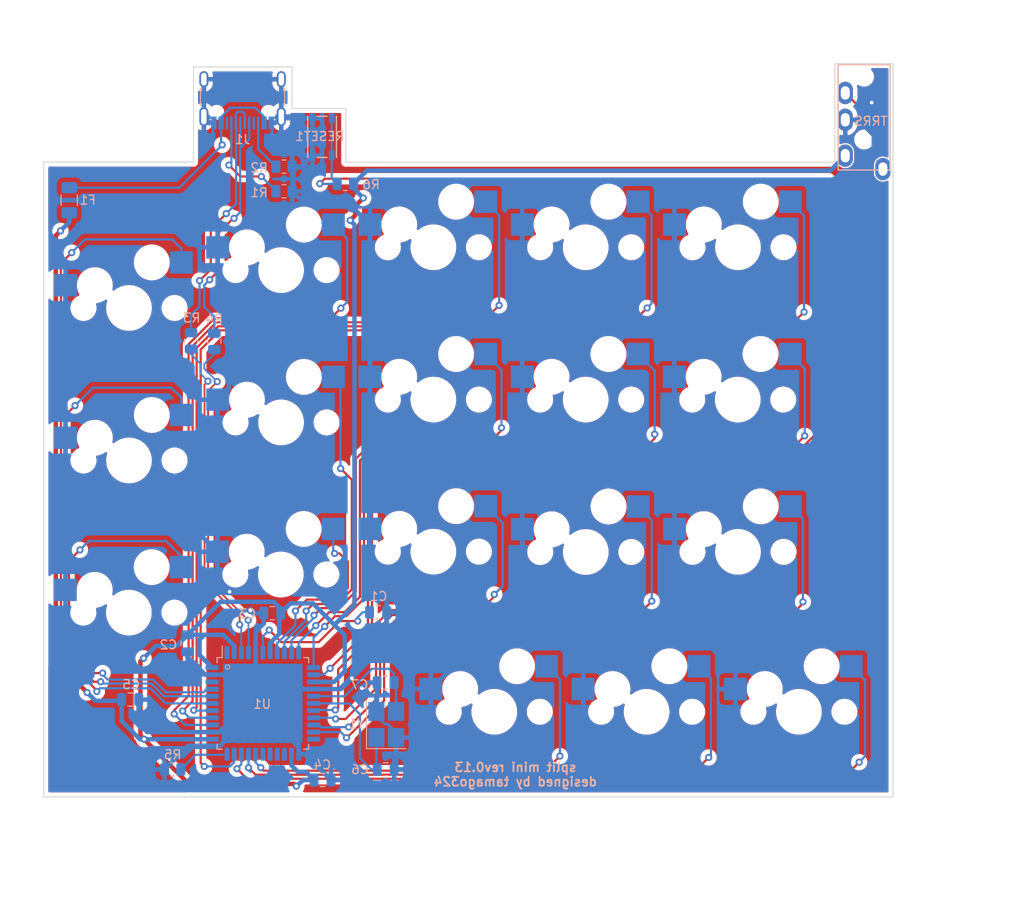
<source format=kicad_pcb>
(kicad_pcb (version 20211014) (generator pcbnew)
  (layers (0 "F.Cu" signal) (31 "B.Cu" signal) (34 "B.Paste" user) (35 "F.Paste" user) (36 "B.SilkS" user "B.Silkscreen") (37 "F.SilkS" user "F.Silkscreen") (38 "B.Mask" user) (39 "F.Mask" user) (44 "Edge.Cuts" user))
  (net 0 "")
  (net 1 "Net-(C1-Pad1)")
  (net 2 "GND")
  (net 3 "VCC")
  (net 4 "XTAL1")
  (net 5 "XTAL2")
  (net 6 "Net-(F1-Pad1)")
  (net 7 "Net-(J1-PadA5)")
  (net 8 "Net-(J1-PadA6)")
  (net 9 "Net-(J1-PadA7)")
  (net 11 "Net-(J1-PadB5)")
  (net 13 "SCL")
  (net 15 "D-")
  (net 16 "D+")
  (net 17 "Net-(R5-Pad1)")
  (net 18 "RESET")
  (net 19 "/col0")
  (net 20 "/col1")
  (net 21 "/col2")
  (net 22 "/col3")
  (net 23 "/col4")
  (net 24 "/col5")
  (net 25 "/col6")
  (net 26 "/col7")
  (net 27 "/col8")
  (net 28 "/col9")
  (net 29 "/col10")
  (net 30 "/col11")
  (net 31 "/col12")
  (net 32 "/col13")
  (net 33 "/col14")
  (net 34 "/col15")
  (net 35 "/col16")
  (net 36 "/col17")
  (footprint "split mini:CherryMX_Hotswap" (layer "F.Cu") (at 95.075 74.3)
    (fp_text reference "SW15" hide)
    (fp_text value "SW_Push" hide)
  )
  (footprint "split mini:CherryMX_Hotswap" (layer "F.Cu") (at 44.075 59.85)
    (fp_text reference "SW7" hide)
    (fp_text value "SW_Push" hide)
  )
  (footprint "split mini:CherryMX_Hotswap" (layer "F.Cu") (at 61.075 40.3)
    (fp_text reference "SW3" hide)
    (fp_text value "SW_Push" hide)
  )
  (footprint "split mini:CherryMX_Hotswap" (layer "F.Cu") (at 27.1 64.1)
    (fp_text reference "SW6" hide)
    (fp_text value "SW_Push" hide)
  )
  (footprint "split mini:CherryMX_Hotswap" (layer "F.Cu") (at 84.875 92.15)
    (fp_text reference "SW17" hide)
    (fp_text value "SW_Push" hide)
  )
  (footprint "split mini:CherryMX_Hotswap" (layer "F.Cu") (at 78.085 74.315)
    (fp_text reference "SW14" hide)
    (fp_text value "SW_Push" hide)
  )
  (footprint "split mini:CherryMX_Hotswap" (layer "F.Cu") (at 78.075 57.3)
    (fp_text reference "SW9" hide)
    (fp_text value "SW_Push" hide)
  )
  (footprint "split mini:CherryMX_Hotswap" (layer "F.Cu") (at 61.075 57.3)
    (fp_text reference "SW8" hide)
    (fp_text value "SW_Push" hide)
  )
  (footprint "split mini:CherryMX_Hotswap" (layer "F.Cu") (at 95.05 57.3)
    (fp_text reference "SW10" hide)
    (fp_text value "SW_Push" hide)
  )
  (footprint "split mini:CherryMX_Hotswap" (layer "F.Cu") (at 27.085 81.08)
    (fp_text reference "SW11" hide)
    (fp_text value "SW_Push" hide)
  )
  (footprint "split mini:CherryMX_Hotswap" (layer "F.Cu") (at 27.1 47.075)
    (fp_text reference "SW1" hide)
    (fp_text value "SW_Push" hide)
  )
  (footprint "split mini:CherryMX_Hotswap" (layer "F.Cu") (at 44.05 76.825)
    (fp_text reference "SW12" hide)
    (fp_text value "SW_Push" hide)
  )
  (footprint "split mini:CherryMX_Hotswap" (layer "F.Cu") (at 95.075 40.3)
    (fp_text reference "SW5" hide)
    (fp_text value "SW_Push" hide)
  )
  (footprint "split mini:CherryMX_Hotswap" (layer "F.Cu") (at 44.075 42.85)
    (fp_text reference "SW2" hide)
    (fp_text value "SW_Push" hide)
  )
  (footprint "split mini:CherryMX_Hotswap" (layer "F.Cu") (at 61.075 74.275)
    (fp_text reference "SW13" hide)
    (fp_text value "SW_Push" hide)
  )
  (footprint "split mini:CherryMX_Hotswap" (layer "F.Cu") (at 67.875 92.15)
    (fp_text reference "SW16" hide)
    (fp_text value "SW_Push" hide)
  )
  (footprint "split mini:CherryMX_Hotswap" (layer "F.Cu") (at 78.075 40.3)
    (fp_text reference "SW4" hide)
    (fp_text value "SW_Push" hide)
  )
  (footprint "split mini:CherryMX_Hotswap" (layer "F.Cu") (at 101.875 92.15)
    (fp_text reference "SW18" hide)
    (fp_text value "SW_Push" hide)
  )
  (footprint "split mini:USB_C_Receptacle_Neltron_5077CR-16SMC2" (layer "B.Cu") (at 39.775 22.625)
    (fp_text reference "J1")
    (fp_text value "USB_C_Receptacle_USB2.0")
  )
  (footprint "Package_QFP:LQFP-44_10x10mm_P0.8mm" (layer "B.Cu") (at 42.04 91.215 -90)
    (fp_text reference "U1")
    (fp_text value "ATmega32U4-A")
  )
  (footprint "Fuse:Fuse_1206_3216Metric" (layer "B.Cu") (at 20.425 35.05 -90)
    (fp_text reference "F1")
    (fp_text value "500mA")
  )
  (footprint "Resistor_SMD:R_0805_2012Metric" (layer "B.Cu") (at 31.97 98.585 180)
    (fp_text reference "R5")
    (fp_text value "10k")
  )
  (footprint "Resistor_SMD:R_0805_2012Metric" (layer "B.Cu") (at 44.4 34.05)
    (fp_text reference "R1")
    (fp_text value "5.1k")
  )
  (footprint "Capacitor_SMD:C_0805_2012Metric" (layer "B.Cu") (at 27.23 90.785)
    (fp_text reference "C5")
    (fp_text value "10μF")
  )
  (footprint "split mini:MJ-4PP-9_1side" (layer "B.Cu") (at 109.15 19.775 180)
    (fp_text reference "J2")
    (fp_text value "MJ-4PP-9" hide)
  )
  (footprint "Capacitor_SMD:C_0805_2012Metric" (layer "B.Cu") (at 55.74 88.895 180)
    (fp_text reference "C7")
    (fp_text value "22pF")
  )
  (footprint "Resistor_SMD:R_0805_2012Metric" (layer "B.Cu") (at 44.4 31.3)
    (fp_text reference "R2")
    (fp_text value "5.1k")
  )
  (footprint "nosuz:SKRPAxE010" (layer "B.Cu") (at 48.65 27.975 -90)
    (fp_text reference "RESET1")
    (fp_text value "SKRPACE010")
  )
  (footprint "Crystal:Crystal_SMD_SeikoEpson_FA238-4Pin_3.2x2.5mm_HandSoldering" (layer "B.Cu") (at 55.81 93.565 90)
    (fp_text reference "Y1")
    (fp_text value "16MHz")
  )
  (footprint "Capacitor_SMD:C_0805_2012Metric" (layer "B.Cu") (at 48.7 99.765)
    (fp_text reference "C4")
    (fp_text value "0.1μF")
  )
  (footprint "Capacitor_SMD:C_0805_2012Metric" (layer "B.Cu") (at 33.64 84.515 -90)
    (fp_text reference "C2")
    (fp_text value "0.1μF")
  )
  (footprint "Resistor_SMD:R_0805_2012Metric" (layer "B.Cu") (at 51.25 33.225 180)
    (fp_text reference "R6")
    (fp_text value "10k")
  )
  (footprint "Capacitor_SMD:C_0805_2012Metric" (layer "B.Cu") (at 55.75 98.575 180)
    (fp_text reference "C6")
    (fp_text value "22pF")
  )
  (footprint "Resistor_SMD:R_0805_2012Metric" (layer "B.Cu") (at 36.625 50.8 -90)
    (fp_text reference "R4")
    (fp_text value "22")
  )
  (footprint "Resistor_SMD:R_0805_2012Metric" (layer "B.Cu") (at 34.025 50.75 -90)
    (fp_text reference "R3")
    (fp_text value "22")
  )
  (footprint "Capacitor_SMD:C_0805_2012Metric" (layer "B.Cu") (at 43.09 81.145 180)
    (fp_text reference "C3")
    (fp_text value "0.1μF")
  )
  (footprint "Capacitor_SMD:C_0805_2012Metric" (layer "B.Cu") (at 54.9 81.035)
    (fp_text reference "C1")
    (fp_text value "1μF")
  )
  (gr_circle (center 38.1 87.15) (end 38.33 87.24) (layer "B.SilkS") (width 0.1) (fill none))
  (gr_line (start 45.3 24.8) (end 51.3 24.8) (layer "Edge.Cuts") (width 0.1))
  (gr_line (start 112.386197 19.8) (end 112.386197 101.65) (layer "Edge.Cuts") (width 0.1))
  (gr_line (start 34.3 20.168424) (end 45.3 20.168424) (layer "Edge.Cuts") (width 0.1))
  (gr_line (start 17.586197 30.8) (end 34.3 30.8) (layer "Edge.Cuts") (width 0.1))
  (gr_line (start 105.886197 19.8) (end 112.386197 19.8) (layer "Edge.Cuts") (width 0.1))
  (gr_line (start 105.886197 30.8) (end 105.886197 19.8) (layer "Edge.Cuts") (width 0.1))
  (gr_line (start 34.3 30.8) (end 34.3 20.168424) (layer "Edge.Cuts") (width 0.1))
  (gr_line (start 17.586197 101.65) (end 17.586197 30.8) (layer "Edge.Cuts") (width 0.1))
  (gr_line (start 51.3 24.8) (end 51.3 30.8) (layer "Edge.Cuts") (width 0.1))
  (gr_line (start 51.3 30.8) (end 105.886197 30.8) (layer "Edge.Cuts") (width 0.1))
  (gr_line (start 45.3 20.168424) (end 45.3 24.8) (layer "Edge.Cuts") (width 0.1))
  (gr_line (start 112.386197 101.65) (end 17.586197 101.65) (layer "Edge.Cuts") (width 0.1))
  (gr_text "split mini rev0.13\ndesigned by tamago324" (at 70.225 99.15) (layer "B.SilkS") (effects (font (size 1 1) (thickness 0.2)) (justify mirror)))
  (segment (start 44.1 84.375) (end 48.275 84.375) (width 0.25) (layer "F.Cu") (net 1))
  (segment (start 48.275 84.375) (end 50.625 82.025) (width 0.25) (layer "F.Cu") (net 1))
  (segment (start 42.75 83.025) (end 44.1 84.375) (width 0.25) (layer "F.Cu") (net 1))
  (segment (start 50.625 82.025) (end 52.625 82.025) (width 0.25) (layer "F.Cu") (net 1))
  (via (at 52.625 82.025) (size 0.8) (drill 0.4) (layers "F.Cu" "B.Cu") (net 1))
  (via (at 42.75 83.025) (size 0.8) (drill 0.4) (layers "F.Cu" "B.Cu") (net 1))
  (segment (start 53.19 81.035) (end 53.95 81.035) (width 0.25) (layer "B.Cu") (net 1))
  (segment (start 52.625 82.025) (end 52.625 81.6) (width 0.25) (layer "B.Cu") (net 1))
  (segment (start 42.04 85.5525) (end 42.04 83.735) (width 0.25) (layer "B.Cu") (net 1))
  (segment (start 42.04 83.735) (end 42.75 83.025) (width 0.25) (layer "B.Cu") (net 1))
  (segment (start 52.625 81.6) (end 53.19 81.035) (width 0.25) (layer "B.Cu") (net 1))
  (segment (start 38.55 78.75) (end 40.65 80.85) (width 0.5) (layer "F.Cu") (net 2))
  (segment (start 38.325 78.75) (end 38.55 78.75) (width 0.5) (layer "F.Cu") (net 2))
  (segment (start 53.087299 89.512299) (end 51.975 88.4) (width 0.5) (layer "F.Cu") (net 2))
  (via (at 51.975 88.4) (size 0.8) (drill 0.4) (layers "F.Cu" "B.Cu") (net 2))
  (via (at 53.087299 89.512299) (size 0.8) (drill 0.4) (layers "F.Cu" "B.Cu") (net 2))
  (via (at 40.65 80.85) (size 0.8) (drill 0.4) (layers "F.Cu" "B.Cu") (net 2))
  (via (at 110 24.15) (size 0.8) (drill 0.4) (layers "F.Cu" "B.Cu") (net 2))
  (via (at 38.325 78.75) (size 0.8) (drill 0.4) (layers "F.Cu" "B.Cu") (net 2))
  (segment (start 33.64 86.04585) (end 33.64 85.465) (width 0.5) (layer "B.Cu") (net 2))
  (segment (start 37.235 95.94) (end 37.667925 95.507075) (width 0.5) (layer "B.Cu") (net 2))
  (segment (start 53.99 37.76) (end 50.98 34.75) (width 0.5) (layer "B.Cu") (net 2))
  (segment (start 42.802925 92.872075) (end 46.06 89.615) (width 0.5) (layer "B.Cu") (net 2))
  (segment (start 51.975 88.4) (end 50.76 89.615) (width 0.5) (layer "B.Cu") (net 2))
  (segment (start 35.455 21.545) (end 44.095 21.545) (width 0.5) (layer "B.Cu") (net 2))
  (segment (start 44.265 25.895) (end 44.095 25.725) (width 0.5) (layer "B.Cu") (net 2))
  (segment (start 37.667925 95.507075) (end 37.667925 93.892925) (width 0.5) (layer "B.Cu") (net 2))
  (segment (start 20 44.55) (end 20.015 44.535) (width 0.5) (layer "B.Cu") (net 2))
  (segment (start 55.3875 84.1125) (end 51.975 87.525) (width 0.5) (layer "B.Cu") (net 2))
  (segment (start 70.99 54.76) (end 70.99 37.76) (width 0.5) (layer "B.Cu") (net 2))
  (segment (start 42.975 26.425) (end 43.395 26.425) (width 0.5) (layer "B.Cu") (net 2))
  (segment (start 46.06 89.615) (end 47.7025 89.615) (width 0.5) (layer "B.Cu") (net 2))
  (segment (start 37.667925 93.892925) (end 40.655425 90.905425) (width 0.5) (layer "B.Cu") (net 2))
  (segment (start 20 78.54) (end 20 74.3) (width 0.5) (layer "B.Cu") (net 2))
  (segment (start 28.18 93.455) (end 29.14 94.415) (width 0.5) (layer "B.Cu") (net 2))
  (segment (start 40.945 81.145) (end 40.65 80.85) (width 0.5) (layer "B.Cu") (net 2))
  (segment (start 29.14 94.415) (end 36.3775 94.415) (width 0.5) (layer "B.Cu") (net 2))
  (segment (start 53.99 54.76) (end 53.99 71.735) (width 0.5) (layer "B.Cu") (net 2))
  (segment (start 46.2375 31.3875) (end 47.57 30.055) (width 0.5) (layer "B.Cu") (net 2))
  (segment (start 56.91 95.015) (end 56.91 94.46) (width 0.5) (layer "B.Cu") (net 2))
  (segment (start 78.3125 84.3875) (end 72.3125 84.3875) (width 0.5) (layer "B.Cu") (net 2))
  (segment (start 36.3775 94.415) (end 37.14585 94.415) (width 0.5) (layer "B.Cu") (net 2))
  (segment (start 56.91 95.015) (end 56.91 98.365) (width 0.5) (layer "B.Cu") (net 2))
  (segment (start 87.965 37.785) (end 87.99 37.76) (width 0.5) (layer "B.Cu") (net 2))
  (segment (start 51.975 87.525) (end 51.975 88.4) (width 0.5) (layer "B.Cu") (net 2))
  (segment (start 46.04 96.10915) (end 46.04 96.8775) (width 0.5) (layer "B.Cu") (net 2))
  (segment (start 71 83.075) (end 72.3125 84.3875) (width 0.5) (layer "B.Cu") (net 2))
  (segment (start 56.125 84.85) (end 55.3875 84.1125) (width 0.5) (layer "B.Cu") (net 2))
  (segment (start 34.73 72.05) (end 36.965 74.285) (width 0.5) (layer "B.Cu") (net 2))
  (segment (start 46.7625 96.8775) (end 46.04 96.8775) (width 0.5) (layer "B.Cu") (net 2))
  (segment (start 40.655425 90.905425) (end 40.836275 90.905425) (width 0.5) (layer "B.Cu") (net 2))
  (segment (start 50.76 89.615) (end 47.7025 89.615) (width 0.5) (layer "B.Cu") (net 2))
  (segment (start 36.965 77.365) (end 36.965 77.39) (width 0.5) (layer "B.Cu") (net 2))
  (segment (start 36.155 26.425) (end 35.455 25.725) (width 0.5) (layer "B.Cu") (net 2))
  (segment (start 35.455 21.545) (end 35.455 25.725) (width 0.5) (layer "B.Cu") (net 2))
  (segment (start 63.3 84.85) (end 56.125 84.85) (width 0.5) (layer "B.Cu") (net 2))
  (segment (start 53.99 77.54) (end 55.85 79.4) (width 0.5) (layer "B.Cu") (net 2))
  (segment (start 44.095 21.545) (end 44.095 25.725) (width 0.5) (layer "B.Cu") (net 2))
  (segment (start 46.0125 34.75) (end 45.3125 34.05) (width 0.5) (layer "B.Cu") (net 2))
  (segment (start 90.761 83.689) (end 87.99 80.918) (width 0.5) (layer "B.Cu") (net 2))
  (segment (start 87.99 71.76) (end 87.99 54.785) (width 0.5) (layer "B.Cu") (net 2))
  (segment (start 35.60915 88.015) (end 33.64 86.04585) (width 0.5) (layer "B.Cu") (net 2))
  (segment (start 36.99 57.31) (end 36.99 74.26) (width 0.5) (layer "B.Cu") (net 2))
  (segment (start 77.79 89.61) (end 77.79 84.91) (width 0.5) (layer "B.Cu") (net 2))
  (segment (start 49.65 99.765) (end 46.7625 96.8775) (width 0.5) (layer "B.Cu") (net 2))
  (segment (start 36.965 77.39) (end 38.325 78.75) (width 0.5) (layer "B.Cu") (net 2))
  (segment (start 94.79 87.718) (end 90.761 83.689) (width 0.5) (layer "B.Cu") (net 2))
  (segment (start 36.99 74.26) (end 36.965 74.285) (width 0.5) (layer "B.Cu") (net 2))
  (segment (start 43.395 26.425) (end 44.095 25.725) (width 0.5) (layer "B.Cu") (net 2))
  (segment (start 42.14 81.145) (end 40.945 81.145) (width 0.5) (layer "B.Cu") (net 2))
  (segment (start 37.14585 94.415) (end 37.667925 93.892925) (width 0.5) (layer "B.Cu") (net 2))
  (segment (start 41.24 85.5525) (end 41.24 83.21) (width 0.5) (layer "B.Cu") (net 2))
  (segment (start 41.24 90.32085) (end 41.24 85.5525) (width 0.5) (layer "B.Cu") (net 2))
  (segment (start 94.79 89.61) (end 94.79 87.718) (width 0.5) (layer "B.Cu") (net 2))
  (segment (start 22 72.05) (end 34.73 72.05) (width 0.5) (layer "B.Cu") (net 2))
  (segment (start 42.14 82.31) (end 42.14 81.145) (width 0.5) (layer "B.Cu") (net 2))
  (segment (start 36.575 26.425) (end 36.155 26.425) (width 0.5) (layer "B.Cu") (net 2))
  (segment (start 55.66 93.515) (end 54.71 92.565) (width 0.3) (layer "B.Cu") (net 2))
  (segment (start 55.85 81.035) (end 55.85 83.65) (width 0.5) (layer "B.Cu") (net 2))
  (segment (start 53.99 71.735) (end 53.99 77.54) (width 0.5) (layer "B.Cu") (net 2))
  (segment (start 45.475 31.3875) (end 46.2375 31.3875) (width 0.5) (layer "B.Cu") (net 2))
  (segment (start 56.91 94.46) (end 55.965 93.515) (width 0.3) (layer "B.Cu") (net 2))
  (segment (start 53.704598 88.895) (end 54.79 88.895) (width 0.5) (layer "B.Cu") (net 2))
  (segment (start 71 71.775) (end 71 83.075) (width 0.5) (layer "B.Cu") (net 2))
  (segment (start 53.99 37.76) (end 53.99 54.76) (width 0.5) (layer "B.Cu") (net 2))
  (segment (start 47.57 25.895) (end 47.57 30.055) (width 0.5) (layer "B.Cu") (net 2))
  (segment (start 88.6 32.775) (end 87.99 33.385) (width 0.5) (layer "B.Cu") (net 2))
  (segment (start 106.75 32.775) (end 88.6 32.775) (width 0.5) (layer "B.Cu") (net 2))
  (segment (start 110.250001 29.274999) (end 106.75 32.775) (width 0.5) (layer "B.Cu") (net 2))
  (segment (start 36.3775 88.015) (end 35.60915 88.015) (width 0.5) (layer "B.Cu") (net 2))
  (segment (start 64.425 85.975) (end 60.79 89.61) (width 0.5) (layer "B.Cu") (net 2))
  (segment (start 72.3125 84.3875) (end 66.0125 84.3875) (width 0.5) (layer "B.Cu") (net 2))
  (segment (start 55.965 93.515) (end 55.66 93.515) (width 0.3) (layer "B.Cu") (net 2))
  (segment (start 36.99 40.31) (end 36.99 46.965) (width 0.5) (layer "B.Cu") (net 2))
  (segment (start 31.0575 98.585) (end 33.7025 95.94) (width 0.5) (layer "B.Cu") (net 2))
  (segment (start 87.99 54.785) (end 87.965 54.76) (width 0.5) (layer "B.Cu") (net 2))
  (segment (start 45.475 31.3875) (end 45.475 34.1125) (width 0.5) (layer "B.Cu") (net 2))
  (segment (start 108.505637 26.075) (end 110.250001 27.819364) (width 0.5) (layer "B.Cu") (net 2))
  (segment (start 50.98 34.75) (end 46.0125 34.75) (width 0.5) (layer "B.Cu") (net 2))
  (segment (start 20 74.05) (end 22 72.05) (width 0.5) (layer "B.Cu") (net 2))
  (segment (start 28.18 90.785) (end 28.18 93.455) (width 0.5) (layer "B.Cu") (net 2))
  (segment (start 36.99 46.965) (end 38.225 48.2) (width 0.5) (layer "B.Cu") (net 2))
  (segment (start 66.0125 84.3875) (end 64.425 85.975) (width 0.5) (layer "B.Cu") (net 2))
  (segment (start 87.99 33.385) (end 87.99 37.76) (width 0.5) (layer "B.Cu") (net 2))
  (segment (start 45.475 34.1125) (end 45.425 34.1625) (width 0.5) (layer "B.Cu") (net 2))
  (segment (start 54.79 92.035) (end 54.71 92.115) (width 0.5) (layer "B.Cu") (net 2))
  (segment (start 54.79 88.895) (end 54.79 92.035) (width 0.5) (layer "B.Cu") (net 2))
  (segment (start 41.24 83.21) (end 42.14 82.31) (width 0.5) (layer "B.Cu") (net 2))
  (segment (start 110.250001 27.819364) (end 110.250001 29.274999) (width 0.5) (layer "B.Cu") (net 2))
  (segment (start 38.225 56.075) (end 36.99 57.31) (width 0.5) (layer "B.Cu") (net 2))
  (segment (start 36.965 74.285) (end 36.965 77.365) (width 0.5) (layer "B.Cu") (net 2))
  (segment (start 47.57 25.895) (end 44.265 25.895) (width 0.5) (layer "B.Cu") (net 2))
  (segment (start 54.71 92.565) (end 54.71 92.115) (width 0.3) (layer "B.Cu") (net 2))
  (segment (start 55.85 79.4) (end 55.85 81.035) (width 0.5) (layer "B.Cu") (net 2))
  (segment (start 53.087299 89.512299) (end 53.704598 88.895) (width 0.5) (layer "B.Cu") (net 2))
  (segment (start 87.99 80.918) (end 87.99 71.76) (width 0.5) (layer "B.Cu") (net 2))
  (segment (start 55.85 83.65) (end 55.3875 84.1125) (width 0.5) (layer "B.Cu") (net 2))
  (segment (start 37.765 88.015) (end 40.655425 90.905425) (width 0.5) (layer "B.Cu") (net 2))
  (segment (start 56.91 98.365) (end 56.7 98.575) (width 0.5) (layer "B.Cu") (net 2))
  (segment (start 40.655425 90.905425) (end 41.24 90.32085) (width 0.5) (layer "B.Cu") (net 2))
  (segment (start 79.011 83.689) (end 90.761 83.689) (width 0.5) (layer "B.Cu") (net 2))
  (segment (start 40.836275 90.905425) (end 42.802925 92.872075) (width 0.5) (layer "B.Cu") (net 2))
  (segment (start 33.7025 95.94) (end 37.235 95.94) (width 0.5) (layer "B.Cu") (net 2))
  (segment (start 42.802925 92.872075) (end 46.04 96.10915) (width 0.5) (layer "B.Cu") (net 2))
  (segment (start 71 71.775) (end 71 54.77) (width 0.5) (layer "B.Cu") (net 2))
  (segment (start 20 74.3) (end 20 44.55) (width 0.5) (layer "B.Cu") (net 2))
  (segment (start 71 54.77) (end 70.99 54.76) (width 0.5) (layer "B.Cu") (net 2))
  (segment (start 36.3775 88.015) (end 37.765 88.015) (width 0.5) (layer "B.Cu") (net 2))
  (segment (start 64.425 85.975) (end 63.3 84.85) (width 0.5) (layer "B.Cu") (net 2))
  (segment (start 78.3125 84.3875) (end 79.011 83.689) (width 0.5) (layer "B.Cu") (net 2))
  (segment (start 20 74.3) (end 20 74.05) (width 0.5) (layer "B.Cu") (net 2))
  (segment (start 87.965 54.76) (end 87.965 37.785) (width 0.5) (layer "B.Cu") (net 2))
  (segment (start 77.79 84.91) (end 78.3125 84.3875) (width 0.5) (layer "B.Cu") (net 2))
  (segment (start 107.05 26.075) (end 108.505637 26.075) (width 0.5) (layer "B.Cu") (net 2))
  (segment (start 38.225 48.2) (end 38.225 56.075) (width 0.5) (layer "B.Cu") (net 2))
  (segment (start 45.525 100.2) (end 33.77 100.2) (width 0.5) (layer "F.Cu") (net 3))
  (segment (start 33.77 100.2) (end 28.785 95.215) (width 0.5) (layer "F.Cu") (net 3))
  (segment (start 28.375 86.525) (end 28.375 94.805) (width 0.5) (layer "F.Cu") (net 3))
  (segment (start 28.375 94.805) (end 28.785 95.215) (width 0.5) (layer "F.Cu") (net 3))
  (segment (start 52.35 35.7) (end 53.25 34.8) (width 0.5) (layer "F.Cu") (net 3))
  (segment (start 18.925 39) (end 18.925 86.5) (width 0.5) (layer "F.Cu") (net 3))
  (segment (start 52.35 36.741502) (end 52.35 35.7) (width 0.5) (layer "F.Cu") (net 3))
  (segment (start 45.775 100.45) (end 45.525 100.2) (width 0.5) (layer "F.Cu") (net 3))
  (segment (start 18.925 86.5) (end 22.425 90) (width 0.5) (layer "F.Cu") (net 3))
  (segment (start 28.725 86.175) (end 28.375 86.525) (width 0.5) (layer "F.Cu") (net 3))
  (segment (start 51.791502 37.3) (end 52.35 36.741502) (width 0.5) (layer "F.Cu") (net 3))
  (segment (start 19.45 38.475) (end 18.925 39) (width 0.5) (layer "F.Cu") (net 3))
  (via (at 28.725 86.175) (size 0.8) (drill 0.4) (layers "F.Cu" "B.Cu") (net 3))
  (via (at 28.785 95.215) (size 0.8) (drill 0.4) (layers "F.Cu" "B.Cu") (net 3))
  (via (at 53.25 34.8) (size 0.8) (drill 0.4) (layers "F.Cu" "B.Cu") (net 3))
  (via (at 45.775 100.45) (size 0.8) (drill 0.4) (layers "F.Cu" "B.Cu") (net 3))
  (via (at 51.791502 37.3) (size 0.8) (drill 0.4) (layers "F.Cu" "B.Cu") (net 3))
  (via (at 19.45 38.475) (size 0.8) (drill 0.4) (layers "F.Cu" "B.Cu") (net 3))
  (via (at 22.425 90) (size 0.8) (drill 0.4) (layers "F.Cu" "B.Cu") (net 3))
  (segment (start 53.6375 31.75) (end 105.375 31.75) (width 0.5) (layer "B.Cu") (net 3))
  (segment (start 26.28 90.785) (end 26.28 93.18) (width 0.5) (layer "B.Cu") (net 3))
  (segment (start 45.775 100.45) (end 45.875 100.45) (width 0.5) (layer "B.Cu") (net 3))
  (segment (start 34.925 84.15) (end 34.925 85.7625) (width 0.5) (layer "B.Cu") (net 3))
  (segment (start 22.425 90) (end 23.35 90.925) (width 0.5) (layer "B.Cu") (net 3))
  (segment (start 28.315 95.215) (end 28.785 95.215) (width 0.5) (layer "B.Cu") (net 3))
  (segment (start 44.04 81.145) (end 45.135 80.05) (width 0.5) (layer "B.Cu") (net 3))
  (segment (start 37.62085 83.565) (end 35.51 83.565) (width 0.5) (layer "B.Cu") (net 3))
  (segment (start 45.24 98.14) (end 45.95 98.85) (width 0.5) (layer "B.Cu") (net 3))
  (segment (start 23.35 90.925) (end 26.14 90.925) (width 0.5) (layer "B.Cu") (net 3))
  (segment (start 42.84 85.5525) (end 42.84 84.485) (width 0.5) (layer "B.Cu") (net 3))
  (segment (start 20.425 37.5) (end 19.45 38.475) (width 0.5) (layer "B.Cu") (net 3))
  (segment (start 38.84 84.78415) (end 37.62085 83.565) (width 0.5) (layer "B.Cu") (net 3))
  (segment (start 35.51 83.565) (end 33.64 83.565) (width 0.5) (layer "B.Cu") (net 3))
  (segment (start 105.375 31.75) (end 107.05 30.075) (width 0.5) (layer "B.Cu") (net 3))
  (segment (start 30.1 84.8) (end 32.405 84.8) (width 0.5) (layer "B.Cu") (net 3))
  (segment (start 52.1625 33.7125) (end 53.25 34.8) (width 0.5) (layer "B.Cu") (net 3))
  (segment (start 49.985 88.815) (end 47.7025 88.815) (width 0.5) (layer "B.Cu") (net 3))
  (segment (start 52.265 37.773498) (end 52.265 80.21) (width 0.5) (layer "B.Cu") (net 3))
  (segment (start 52.265 80.21) (end 50.025 82.45) (width 0.5) (layer "B.Cu") (net 3))
  (segment (start 28.785 95.215) (end 36.3775 95.215) (width 0.5) (layer "B.Cu") (net 3))
  (segment (start 47.625 80.05) (end 50.025 82.45) (width 0.5) (layer "B.Cu") (net 3))
  (segment (start 26.28 93.18) (end 28.315 95.215) (width 0.5) (layer "B.Cu") (net 3))
  (segment (start 50.025 82.45) (end 51.175 83.6) (width 0.5) (layer "B.Cu") (net 3))
  (segment (start 45.24 96.8775) (end 45.24 98.14) (width 0.5) (layer "B.Cu") (net 3))
  (segment (start 52.1625 33.225) (end 53.6375 31.75) (width 0.5) (layer "B.Cu") (net 3))
  (segment (start 32.405 84.8) (end 33.64 83.565) (width 0.5) (layer "B.Cu") (net 3))
  (segment (start 20.425 36.45) (end 20.425 37.5) (width 0.5) (layer "B.Cu") (net 3))
  (segment (start 35.51 83.565) (end 34.925 84.15) (width 0.5) (layer "B.Cu") (net 3))
  (segment (start 43.875 83.45) (end 43.875 81.31) (width 0.5) (layer "B.Cu") (net 3))
  (segment (start 26.14 90.925) (end 26.28 90.785) (width 0.5) (layer "B.Cu") (net 3))
  (segment (start 52.1625 33.225) (end 52.1625 33.7125) (width 0.5) (layer "B.Cu") (net 3))
  (segment (start 51.791502 37.3) (end 52.265 37.773498) (width 0.5) (layer "B.Cu") (net 3))
  (segment (start 43.25 79.875) (end 37.33 79.875) (width 0.5) (layer "B.Cu") (net 3))
  (segment (start 43.875 81.31) (end 44.04 81.145) (width 0.5) (layer "B.Cu") (net 3))
  (segment (start 46.56 99.765) (end 45.775 100.45) (width 0.5) (layer "B.Cu") (net 3))
  (segment (start 51.175 83.6) (end 51.175 87.625) (width 0.5) (layer "B.Cu") (net 3))
  (segment (start 44.04 81.145) (end 44.04 80.665) (width 0.5) (layer "B.Cu") (net 3))
  (segment (start 28.725 86.175) (end 30.1 84.8) (width 0.5) (layer "B.Cu") (net 3))
  (segment (start 47.75 99.765) (end 46.56 99.765) (width 0.5) (layer "B.Cu") (net 3))
  (segment (start 44.04 80.665) (end 43.25 79.875) (width 0.5) (layer "B.Cu") (net 3))
  (segment (start 45.135 80.05) (end 47.625 80.05) (width 0.5) (layer "B.Cu") (net 3))
  (segment (start 42.84 84.485) (end 43.875 83.45) (width 0.5) (layer "B.Cu") (net 3))
  (segment (start 38.84 85.5525) (end 38.84 84.78415) (width 0.5) (layer "B.Cu") (net 3))
  (segment (start 46.835 98.85) (end 47.75 99.765) (width 0.5) (layer "B.Cu") (net 3))
  (segment (start 34.925 85.7625) (end 36.3775 87.215) (width 0.5) (layer "B.Cu") (net 3))
  (segment (start 51.175 87.625) (end 49.985 88.815) (width 0.5) (layer "B.Cu") (net 3))
  (segment (start 45.95 98.85) (end 46.835 98.85) (width 0.5) (layer "B.Cu") (net 3))
  (segment (start 37.33 79.875) (end 33.64 83.565) (width 0.5) (layer "B.Cu") (net 3))
  (segment (start 52.875 92.425) (end 51.665 91.215) (width 0.25) (layer "B.Cu") (net 4))
  (segment (start 51.665 91.215) (end 47.7025 91.215) (width 0.25) (layer "B.Cu") (net 4))
  (segment (start 54.71 98.485) (end 54.71 95.015) (width 0.25) (layer "B.Cu") (net 4))
  (segment (start 54.15 98.575) (end 52.875 97.3) (width 0.25) (layer "B.Cu") (net 4))
  (segment (start 54.8 98.575) (end 54.71 98.485) (width 0.25) (layer "B.Cu") (net 4))
  (segment (start 52.875 97.3) (end 52.875 92.425) (width 0.25) (layer "B.Cu") (net 4))
  (segment (start 54.8 98.575) (end 54.15 98.575) (width 0.25) (layer "B.Cu") (net 4))
  (segment (start 56.91 89.115) (end 56.69 88.895) (width 0.25) (layer "B.Cu") (net 5))
  (segment (start 56.125 87.35) (end 54.225 87.35) (width 0.25) (layer "B.Cu") (net 5))
  (segment (start 51.16 90.415) (end 47.7025 90.415) (width 0.25) (layer "B.Cu") (net 5))
  (segment (start 56.91 92.115) (end 56.91 89.115) (width 0.25) (layer "B.Cu") (net 5))
  (segment (start 56.69 88.895) (end 56.69 87.915) (width 0.25) (layer "B.Cu") (net 5))
  (segment (start 54.225 87.35) (end 51.16 90.415) (width 0.25) (layer "B.Cu") (net 5))
  (segment (start 56.69 87.915) (end 56.125 87.35) (width 0.25) (layer "B.Cu") (net 5))
  (via (at 37.5 28.875) (size 0.8) (drill 0.4) (layers "F.Cu" "B.Cu") (net 6))
  (segment (start 42.175 26.425) (end 42.175 25.724951) (width 0.25) (layer "B.Cu") (net 6))
  (segment (start 38.425 24.725) (end 37.375 25.775) (width 0.25) (layer "B.Cu") (net 6))
  (segment (start 37.375 28.75) (end 37.5 28.875) (width 0.25) (layer "B.Cu") (net 6))
  (segment (start 42.175 25.724951) (end 41.175049 24.725) (width 0.25) (layer "B.Cu") (net 6))
  (segment (start 37.5 28.875) (end 32.725 33.65) (width 0.25) (layer "B.Cu") (net 6))
  (segment (start 32.725 33.65) (end 20.425 33.65) (width 0.25) (layer "B.Cu") (net 6))
  (segment (start 41.175049 24.725) (end 38.425 24.725) (width 0.25) (layer "B.Cu") (net 6))
  (segment (start 37.375 26.425) (end 37.375 28.75) (width 0.25) (layer "B.Cu") (net 6))
  (segment (start 37.375 25.775) (end 37.375 26.425) (width 0.25) (layer "B.Cu") (net 6))
  (segment (start 39.525 32.4) (end 38.25 31.125) (width 0.25) (layer "F.Cu") (net 7))
  (segment (start 41.875 32.4) (end 39.525 32.4) (width 0.25) (layer "F.Cu") (net 7))
  (via (at 41.875 32.4) (size 0.8) (drill 0.4) (layers "F.Cu" "B.Cu") (net 7))
  (via (at 38.25 31.125) (size 0.8) (drill 0.4) (layers "F.Cu" "B.Cu") (net 7))
  (segment (start 43.4875 33.9875) (end 41.875 32.4) (width 0.25) (layer "B.Cu") (net 7))
  (segment (start 41.875 32.4) (end 41.875 32.375) (width 0.25) (layer "B.Cu") (net 7))
  (segment (start 43.4875 34.05) (end 43.4875 33.9875) (width 0.25) (layer "B.Cu") (net 7))
  (segment (start 38.525 30.85) (end 38.25 31.125) (width 0.25) (layer "B.Cu") (net 7))
  (segment (start 38.525 26.425) (end 38.525 30.85) (width 0.25) (layer "B.Cu") (net 7))
  (segment (start 37.125 42.899598) (end 37.125 38.675) (width 0.25) (layer "F.Cu") (net 8))
  (segment (start 37.125 38.675) (end 38.675 37.125) (width 0.25) (layer "F.Cu") (net 8))
  (segment (start 36.099799 43.924799) (end 37.125 42.899598) (width 0.25) (layer "F.Cu") (net 8))
  (via (at 38.825 37.075) (size 0.8) (drill 0.4) (layers "F.Cu" "B.Cu") (net 8))
  (via (at 36.099799 43.924799) (size 0.8) (drill 0.4) (layers "F.Cu" "B.Cu") (net 8))
  (segment (start 35.5 44.524598) (end 35.5 46.95) (width 0.25) (layer "B.Cu") (net 8))
  (segment (start 36.099799 43.924799) (end 35.5 44.524598) (width 0.25) (layer "B.Cu") (net 8))
  (segment (start 39.51 29.24) (end 39.51 36.39) (width 0.25) (layer "B.Cu") (net 8))
  (segment (start 40.525 26.425) (end 40.525 28.225) (width 0.25) (layer "B.Cu") (net 8))
  (segment (start 39.525 26.425) (end 39.525 29.225) (width 0.25) (layer "B.Cu") (net 8))
  (segment (start 40.525 28.225) (end 39.525 29.225) (width 0.25) (layer "B.Cu") (net 8))
  (segment (start 39.51 36.39) (end 38.825 37.075) (width 0.25) (layer "B.Cu") (net 8))
  (segment (start 36.625 48.075) (end 36.625 49.8875) (width 0.25) (layer "B.Cu") (net 8))
  (segment (start 35.5 46.95) (end 36.625 48.075) (width 0.25) (layer "B.Cu") (net 8))
  (segment (start 39.525 29.225) (end 39.51 29.24) (width 0.25) (layer "B.Cu") (net 8))
  (segment (start 36.225 42.775) (end 36.225 38.275) (width 0.25) (layer "F.Cu") (net 9))
  (segment (start 36.225 38.275) (end 37.95 36.55) (width 0.25) (layer "F.Cu") (net 9))
  (segment (start 34.975 44.025) (end 36.225 42.775) (width 0.25) (layer "F.Cu") (net 9))
  (via (at 34.975 44.025) (size 0.8) (drill 0.4) (layers "F.Cu" "B.Cu") (net 9))
  (via (at 37.95 36.55) (size 0.8) (drill 0.4) (layers "F.Cu" "B.Cu") (net 9))
  (segment (start 34.975 46.9) (end 34.025 47.85) (width 0.25) (layer "B.Cu") (net 9))
  (segment (start 37.95 36.55) (end 39.06 35.44) (width 0.25) (layer "B.Cu") (net 9))
  (segment (start 39.25 25.175) (end 39.765 25.175) (width 0.25) (layer "B.Cu") (net 9))
  (segment (start 39.025 26.425) (end 39.025 25.4) (width 0.25) (layer "B.Cu") (net 9))
  (segment (start 34.975 44.025) (end 34.975 46.9) (width 0.25) (layer "B.Cu") (net 9))
  (segment (start 39.025 25.4) (end 39.25 25.175) (width 0.25) (layer "B.Cu") (net 9))
  (segment (start 34.025 47.85) (end 34.025 49.8375) (width 0.25) (layer "B.Cu") (net 9))
  (segment (start 39.06 35.44) (end 39.06 26.415) (width 0.25) (layer "B.Cu") (net 9))
  (segment (start 39.765 25.175) (end 40.025 25.435) (width 0.25) (layer "B.Cu") (net 9))
  (segment (start 40.025 25.435) (end 40.025 26.425) (width 0.25) (layer "B.Cu") (net 9))
  (segment (start 41.525 26.425) (end 41.525 29.3375) (width 0.25) (layer "B.Cu") (net 11))
  (segment (start 41.525 29.3375) (end 43.4875 31.3) (width 0.25) (layer "B.Cu") (net 11))
  (segment (start 110.125001 55.549999) (end 101.725 63.95) (width 0.25) (layer "F.Cu") (net 13))
  (segment (start 107.05 23.075) (end 110.125001 26.150001) (width 0.25) (layer "F.Cu") (net 13))
  (segment (start 54.225 83.650305) (end 50.45 87.425305) (width 0.25) (layer "F.Cu") (net 13))
  (segment (start 54.225 64.661396) (end 54.225 83.650305) (width 0.25) (layer "F.Cu") (net 13))
  (segment (start 101.725 63.95) (end 54.936396 63.95) (width 0.25) (layer "F.Cu") (net 13))
  (segment (start 50.2 91.95) (end 50.125 91.95) (width 0.25) (layer "F.Cu") (net 13))
  (segment (start 50.45 91.7) (end 50.2 91.95) (width 0.25) (layer "F.Cu") (net 13))
  (segment (start 110.125001 26.150001) (end 110.125001 55.549999) (width 0.25) (layer "F.Cu") (net 13))
  (segment (start 54.936396 63.95) (end 54.225 64.661396) (width 0.25) (layer "F.Cu") (net 13))
  (segment (start 50.45 87.425305) (end 50.45 91.7) (width 0.25) (layer "F.Cu") (net 13))
  (via (at 50.125 91.95) (size 0.8) (drill 0.4) (layers "F.Cu" "B.Cu") (net 13))
  (segment (start 50.125 91.95) (end 47.7675 91.95) (width 0.25) (layer "B.Cu") (net 13))
  (segment (start 47.7675 91.95) (end 47.7025 92.015) (width 0.25) (layer "B.Cu") (net 13))
  (segment (start 35.525 77.615686) (end 39.45 81.540686) (width 0.2) (layer "F.Cu") (net 15))
  (segment (start 35.525 55.631883) (end 35.525 77.615686) (width 0.2) (layer "F.Cu") (net 15))
  (segment (start 39.45 81.540686) (end 39.45 82.425) (width 0.2) (layer "F.Cu") (net 15))
  (segment (start 35.90882 55.248063) (end 35.525 55.631883) (width 0.2) (layer "F.Cu") (net 15))
  (segment (start 39.45 82.425) (end 39.45 82.675) (width 0.2) (layer "F.Cu") (net 15))
  (via (at 39.45 82.425) (size 0.8) (drill 0.4) (layers "F.Cu" "B.Cu") (net 15))
  (via (at 35.90882 55.248063) (size 0.8) (drill 0.4) (layers "F.Cu" "B.Cu") (net 15))
  (segment (start 39.625 82.6) (end 39.625 85.5375) (width 0.2) (layer "B.Cu") (net 15))
  (segment (start 39.625 85.5375) (end 39.64 85.5525) (width 0.2) (layer "B.Cu") (net 15))
  (segment (start 35.05 53.275) (end 34.025 52.25) (width 0.2) (layer "B.Cu") (net 15))
  (segment (start 39.45 82.425) (end 39.625 82.6) (width 0.2) (layer "B.Cu") (net 15))
  (segment (start 34.025 52.25) (end 34.025 51.6625) (width 0.2) (layer "B.Cu") (net 15))
  (segment (start 35.90882 55.248063) (end 35.05 54.389243) (width 0.2) (layer "B.Cu") (net 15))
  (segment (start 35.05 54.389243) (end 35.05 53.275) (width 0.2) (layer "B.Cu") (net 15))
  (segment (start 36.95 55.3) (end 35.925 56.325) (width 0.2) (layer "F.Cu") (net 16))
  (segment (start 35.925 77.45) (end 40.4 81.925) (width 0.2) (layer "F.Cu") (net 16))
  (segment (start 35.925 56.325) (end 35.925 77.45) (width 0.2) (layer "F.Cu") (net 16))
  (via (at 40.4 81.925) (size 0.8) (drill 0.4) (layers "F.Cu" "B.Cu") (net 16))
  (via (at 36.95 55.3) (size 0.8) (drill 0.4) (layers "F.Cu" "B.Cu") (net 16))
  (segment (start 40.44 85.5525) (end 40.44 81.965) (width 0.2) (layer "B.Cu") (net 16))
  (segment (start 36.625 52.2) (end 36.625 51.7125) (width 0.2) (layer "B.Cu") (net 16))
  (segment (start 36.95 55.3) (end 35.5 53.85) (width 0.2) (layer "B.Cu") (net 16))
  (segment (start 40.44 81.965) (end 40.4 81.925) (width 0.2) (layer "B.Cu") (net 16))
  (segment (start 35.5 53.85) (end 35.5 53.325) (width 0.2) (layer "B.Cu") (net 16))
  (segment (start 35.5 53.325) (end 36.625 52.2) (width 0.2) (layer "B.Cu") (net 16))
  (segment (start 34.5175 96.95) (end 37.9675 96.95) (width 0.25) (layer "B.Cu") (net 17))
  (segment (start 37.9675 96.95) (end 38.04 96.8775) (width 0.25) (layer "B.Cu") (net 17))
  (segment (start 32.8825 98.585) (end 34.5175 96.95) (width 0.25) (layer "B.Cu") (net 17))
  (segment (start 48.95 32.65) (end 105.225 32.65) (width 0.25) (layer "F.Cu") (net 18))
  (segment (start 106.9 58.000305) (end 101.400305 63.5) (width 0.25) (layer "F.Cu") (net 18))
  (segment (start 48.4 33.2) (end 48.95 32.65) (width 0.25) (layer "F.Cu") (net 18))
  (segment (start 54.75 63.5) (end 53.775 64.475) (width 0.25) (layer "F.Cu") (net 18))
  (segment (start 107.038299 58.000305) (end 106.9 58.000305) (width 0.25) (layer "F.Cu") (net 18))
  (segment (start 109.675001 55.363603) (end 107.038299 58.000305) (width 0.25) (layer "F.Cu") (net 18))
  (segment (start 53.775 83.075) (end 49.55 87.3) (width 0.25) (layer "F.Cu") (net 18))
  (segment (start 109.675001 37.100001) (end 109.675001 55.363603) (width 0.25) (layer "F.Cu") (net 18))
  (segment (start 53.775 64.475) (end 53.775 83.075) (width 0.25) (layer "F.Cu") (net 18))
  (segment (start 101.400305 63.5) (end 54.75 63.5) (width 0.25) (layer "F.Cu") (net 18))
  (segment (start 105.225 32.65) (end 109.675001 37.100001) (width 0.25) (layer "F.Cu") (net 18))
  (via (at 49.55 87.3) (size 0.8) (drill 0.4) (layers "F.Cu" "B.Cu") (net 18))
  (via (at 48.4 33.2) (size 0.8) (drill 0.4) (layers "F.Cu" "B.Cu") (net 18))
  (segment (start 49.55 87.3) (end 48.835 88.015) (width 0.25) (layer "B.Cu") (net 18))
  (segment (start 49.73 32.6175) (end 49.73 30.055) (width 0.25) (layer "B.Cu") (net 18))
  (segment (start 48.835 88.015) (end 47.7025 88.015) (width 0.25) (layer "B.Cu") (net 18))
  (segment (start 48.425 33.225) (end 48.4 33.2) (width 0.25) (layer "B.Cu") (net 18))
  (segment (start 49.73 25.895) (end 49.73 30.055) (width 0.25) (layer "B.Cu") (net 18))
  (segment (start 50.3375 33.225) (end 48.425 33.225) (width 0.25) (layer "B.Cu") (net 18))
  (segment (start 50.3375 33.225) (end 49.73 32.6175) (width 0.25) (layer "B.Cu") (net 18))
  (segment (start 23.50792 89.78292) (end 23.50792 89.881544) (width 0.25) (layer "F.Cu") (net 19))
  (segment (start 23.50792 89.881544) (end 23.7 89.689464) (width 0.25) (layer "F.Cu") (net 19))
  (segment (start 19.5 42.1) (end 19.5 85.775) (width 0.25) (layer "F.Cu") (net 19))
  (segment (start 19.5 85.775) (end 23.50792 89.78292) (width 0.25) (layer "F.Cu") (net 19))
  (segment (start 20.7 40.9) (end 19.5 42.1) (width 0.25) (layer "F.Cu") (net 19))
  (via (at 20.7 40.9) (size 0.8) (drill 0.4) (layers "F.Cu" "B.Cu") (net 19))
  (via (at 23.50792 89.881544) (size 0.8) (drill 0.4) (layers "F.Cu" "B.Cu") (net 19))
  (segment (start 29.5 89.525) (end 31.19 91.215) (width 0.25) (layer "B.Cu") (net 19))
  (segment (start 20.7 40.9) (end 22.175 39.425) (width 0.25) (layer "B.Cu") (net 19))
  (segment (start 23.50792 89.881544) (end 23.864464 89.525) (width 0.25) (layer "B.Cu") (net 19))
  (segment (start 31.19 91.215) (end 36.3775 91.215) (width 0.25) (layer "B.Cu") (net 19))
  (segment (start 23.864464 89.525) (end 29.5 89.525) (width 0.25) (layer "B.Cu") (net 19))
  (segment (start 22.175 39.425) (end 31.925 39.425) (width 0.25) (layer "B.Cu") (net 19))
  (segment (start 32.942 40.442) (end 32.942 41.995) (width 0.25) (layer "B.Cu") (net 19))
  (segment (start 31.925 39.425) (end 32.942 40.442) (width 0.25) (layer "B.Cu") (net 19))
  (segment (start 33.75 51.125) (end 36.65 48.225) (width 0.25) (layer "F.Cu") (net 20))
  (segment (start 36.65 48.225) (end 49.625 48.225) (width 0.25) (layer "F.Cu") (net 20))
  (segment (start 33.75 90.375) (end 33.75 51.125) (width 0.25) (layer "F.Cu") (net 20))
  (segment (start 49.625 48.225) (end 50.75 47.1) (width 0.25) (layer "F.Cu") (net 20))
  (segment (start 32.145549 92.397131) (end 32.145549 91.979451) (width 0.25) (layer "F.Cu") (net 20))
  (segment (start 32.145549 91.979451) (end 33.75 90.375) (width 0.25) (layer "F.Cu") (net 20))
  (via (at 32.145549 92.397131) (size 0.8) (drill 0.4) (layers "F.Cu" "B.Cu") (net 20))
  (via (at 50.75 47.1) (size 0.8) (drill 0.4) (layers "F.Cu" "B.Cu") (net 20))
  (segment (start 51.45 39.303) (end 49.917 37.77) (width 0.25) (layer "B.Cu") (net 20))
  (segment (start 50.75 47.1) (end 51.45 46.4) (width 0.25) (layer "B.Cu") (net 20))
  (segment (start 32.145549 92.397131) (end 33.363418 93.615) (width 0.25) (layer "B.Cu") (net 20))
  (segment (start 51.45 46.4) (end 51.45 39.303) (width 0.25) (layer "B.Cu") (net 20))
  (segment (start 33.363418 93.615) (end 36.3775 93.615) (width 0.25) (layer "B.Cu") (net 20))
  (segment (start 68.4125 46.7875) (end 68.475 46.725) (width 0.25) (layer "F.Cu") (net 21))
  (segment (start 34.2 51.325) (end 36.85 48.675) (width 0.25) (layer "F.Cu") (net 21))
  (segment (start 66.525 48.675) (end 68.4125 46.7875) (width 0.25) (layer "F.Cu") (net 21))
  (segment (start 36.85 48.675) (end 66.525 48.675) (width 0.25) (layer "F.Cu") (net 21))
  (segment (start 33.087299 92.062299) (end 34.2 90.949598) (width 0.25) (layer "F.Cu") (net 21))
  (segment (start 34.2 90.949598) (end 34.2 51.325) (width 0.25) (layer "F.Cu") (net 21))
  (via (at 33.087299 92.062299) (size 0.8) (drill 0.4) (layers "F.Cu" "B.Cu") (net 21))
  (via (at 68.4125 46.7875) (size 0.8) (drill 0.4) (layers "F.Cu" "B.Cu") (net 21))
  (segment (start 33.84 92.815) (end 33.087299 92.062299) (width 0.25) (layer "B.Cu") (net 21))
  (segment (start 68.4125 46.7875) (end 68.4125 36.7155) (width 0.25) (layer "B.Cu") (net 21))
  (segment (start 36.3775 92.815) (end 33.84 92.815) (width 0.25) (layer "B.Cu") (net 21))
  (segment (start 68.4125 36.7155) (end 66.917 35.22) (width 0.25) (layer "B.Cu") (net 21))
  (segment (start 82.875 49.125) (end 84.925 47.075) (width 0.25) (layer "F.Cu") (net 22))
  (segment (start 34.325 91.975) (end 34.65 91.65) (width 0.25) (layer "F.Cu") (net 22))
  (segment (start 34.65 91.65) (end 34.65 51.530001) (width 0.25) (layer "F.Cu") (net 22))
  (segment (start 34.65 51.530001) (end 37.055001 49.125) (width 0.25) (layer "F.Cu") (net 22))
  (segment (start 37.055001 49.125) (end 82.875 49.125) (width 0.25) (layer "F.Cu") (net 22))
  (via (at 34.325 91.975) (size 0.8) (drill 0.4) (layers "F.Cu" "B.Cu") (net 22))
  (via (at 84.925 47.075) (size 0.8) (drill 0.4) (layers "F.Cu" "B.Cu") (net 22))
  (segment (start 85.425 46.575) (end 85.425 36.728) (width 0.25) (layer "B.Cu") (net 22))
  (segment (start 34.365 92.015) (end 34.325 91.975) (width 0.25) (layer "B.Cu") (net 22))
  (segment (start 36.3775 92.015) (end 34.365 92.015) (width 0.25) (layer "B.Cu") (net 22))
  (segment (start 85.425 36.728) (end 83.917 35.22) (width 0.25) (layer "B.Cu") (net 22))
  (segment (start 84.925 47.075) (end 85.425 46.575) (width 0.25) (layer "B.Cu") (net 22))
  (segment (start 35.1 51.716397) (end 37.241397 49.575) (width 0.25) (layer "F.Cu") (net 23))
  (segment (start 35.5 98.25) (end 35.1 97.85) (width 0.25) (layer "F.Cu") (net 23))
  (segment (start 37.241397 49.575) (end 100.4 49.575) (width 0.25) (layer "F.Cu") (net 23))
  (segment (start 100.4 49.575) (end 102.45 47.525) (width 0.25) (layer "F.Cu") (net 23))
  (segment (start 35.1 97.85) (end 35.1 51.716397) (width 0.25) (layer "F.Cu") (net 23))
  (via (at 35.5 98.25) (size 0.8) (drill 0.4) (layers "F.Cu" "B.Cu") (net 23))
  (via (at 102.45 47.525) (size 0.8) (drill 0.4) (layers "F.Cu" "B.Cu") (net 23))
  (segment (start 38.84 97.785) (end 38.84 96.8775) (width 0.25) (layer "B.Cu") (net 23))
  (segment (start 102.45 36.753) (end 100.917 35.22) (width 0.25) (layer "B.Cu") (net 23))
  (segment (start 102.45 47.525) (end 102.45 36.753) (width 0.25) (layer "B.Cu") (net 23))
  (segment (start 35.5 98.25) (end 38.375 98.25) (width 0.25) (layer "B.Cu") (net 23))
  (segment (start 38.375 98.25) (end 38.84 97.785) (width 0.25) (layer "B.Cu") (net 23))
  (segment (start 19.95 85.588604) (end 19.95 59.1) (width 0.25) (layer "F.Cu") (net 24))
  (segment (start 19.95 59.1) (end 21.075 57.975) (width 0.25) (layer "F.Cu") (net 24))
  (segment (start 23.161896 88.8005) (end 19.95 85.588604) (width 0.25) (layer "F.Cu") (net 24))
  (segment (start 23.934953 88.8005) (end 23.161896 88.8005) (width 0.25) (layer "F.Cu") (net 24))
  (via (at 21.075 57.975) (size 0.8) (drill 0.4) (layers "F.Cu" "B.Cu") (net 24))
  (via (at 23.934953 88.8005) (size 0.8) (drill 0.4) (layers "F.Cu" "B.Cu") (net 24))
  (segment (start 31.825 55.975) (end 32.942 57.092) (width 0.25) (layer "B.Cu") (net 24))
  (segment (start 23.934953 88.8005) (end 24.134453 89) (width 0.25) (layer "B.Cu") (net 24))
  (segment (start 32.942 57.092) (end 32.942 59.02) (width 0.25) (layer "B.Cu") (net 24))
  (segment (start 21.075 57.975) (end 23.075 55.975) (width 0.25) (layer "B.Cu") (net 24))
  (segment (start 24.134453 89) (end 29.611396 89) (width 0.25) (layer "B.Cu") (net 24))
  (segment (start 23.075 55.975) (end 31.825 55.975) (width 0.25) (layer "B.Cu") (net 24))
  (segment (start 31.026396 90.415) (end 36.3775 90.415) (width 0.25) (layer "B.Cu") (net 24))
  (segment (start 29.611396 89) (end 31.026396 90.415) (width 0.25) (layer "B.Cu") (net 24))
  (segment (start 50.336396 80.125) (end 47.649049 80.125) (width 0.25) (layer "F.Cu") (net 25))
  (segment (start 50.725 65) (end 51.975 66.25) (width 0.25) (layer "F.Cu") (net 25))
  (segment (start 51.975 66.25) (end 51.975 78.486396) (width 0.25) (layer "F.Cu") (net 25))
  (segment (start 47.649049 80.125) (end 46.874549 80.8995) (width 0.25) (layer "F.Cu") (net 25))
  (segment (start 51.975 78.486396) (end 50.336396 80.125) (width 0.25) (layer "F.Cu") (net 25))
  (via (at 50.725 65) (size 0.8) (drill 0.4) (layers "F.Cu" "B.Cu") (net 25))
  (via (at 46.874549 80.8995) (size 0.8) (drill 0.4) (layers "F.Cu" "B.Cu") (net 25))
  (segment (start 45.3 83.463604) (end 45.3 83.474568) (width 0.25) (layer "B.Cu") (net 25))
  (segment (start 46.874549 80.8995) (end 46.874549 81.889055) (width 0.25) (layer "B.Cu") (net 25))
  (segment (start 50.7 55.553) (end 49.917 54.77) (width 0.25) (layer "B.Cu") (net 25))
  (segment (start 50.725 65) (end 50.7 64.975) (width 0.25) (layer "B.Cu") (net 25))
  (segment (start 46.874549 81.889055) (end 45.3 83.463604) (width 0.25) (layer "B.Cu") (net 25))
  (segment (start 45.3 83.474568) (end 44.44 84.334568) (width 0.25) (layer "B.Cu") (net 25))
  (segment (start 50.7 64.975) (end 50.7 55.553) (width 0.25) (layer "B.Cu") (net 25))
  (segment (start 44.44 84.334568) (end 44.44 85.5525) (width 0.25) (layer "B.Cu") (net 25))
  (segment (start 68.675 60.45) (end 68.7 60.45) (width 0.25) (layer "F.Cu") (net 26))
  (segment (start 54.240812 62.1) (end 67.3 62.1) (width 0.25) (layer "F.Cu") (net 26))
  (segment (start 68.7 60.7) (end 68.675 60.45) (width 0.25) (layer "F.Cu") (net 26))
  (segment (start 47.751913 81.378288) (end 48.555201 80.575) (width 0.25) (layer "F.Cu") (net 26))
  (segment (start 67.3 62.1) (end 68.7 60.7) (width 0.25) (layer "F.Cu") (net 26))
  (segment (start 48.555201 80.575) (end 50.55 80.575) (width 0.25) (layer "F.Cu") (net 26))
  (segment (start 52.425 78.7) (end 52.425 63.915812) (width 0.25) (layer "F.Cu") (net 26))
  (segment (start 52.425 63.915812) (end 54.240812 62.1) (width 0.25) (layer "F.Cu") (net 26))
  (segment (start 50.55 80.575) (end 52.425 78.7) (width 0.25) (layer "F.Cu") (net 26))
  (via (at 47.751913 81.378288) (size 0.8) (drill 0.4) (layers "F.Cu" "B.Cu") (net 26))
  (via (at 68.675 60.45) (size 0.8) (drill 0.4) (layers "F.Cu" "B.Cu") (net 26))
  (segment (start 47.751913 81.648087) (end 45.75 83.65) (width 0.25) (layer "B.Cu") (net 26))
  (segment (start 68.675 53.978) (end 66.917 52.22) (width 0.25) (layer "B.Cu") (net 26))
  (segment (start 45.75 83.660964) (end 45.24 84.170964) (width 0.25) (layer "B.Cu") (net 26))
  (segment (start 47.751913 81.378288) (end 47.751913 81.648087) (width 0.25) (layer "B.Cu") (net 26))
  (segment (start 45.24 84.170964) (end 45.24 85.5525) (width 0.25) (layer "B.Cu") (net 26))
  (segment (start 68.675 60.45) (end 68.675 53.978) (width 0.25) (layer "B.Cu") (net 26))
  (segment (start 45.75 83.65) (end 45.75 83.660964) (width 0.25) (layer "B.Cu") (net 26))
  (segment (start 52.875 79.325) (end 52.875 64.102208) (width 0.25) (layer "F.Cu") (net 27))
  (segment (start 51.175 81.025) (end 52.875 79.325) (width 0.25) (layer "F.Cu") (net 27))
  (segment (start 84.85 62.55) (end 85.8 61.6) (width 0.25) (layer "F.Cu") (net 27))
  (segment (start 47.95 82.525) (end 49.45 81.025) (width 0.25) (layer "F.Cu") (net 27))
  (segment (start 54.427208 62.55) (end 84.85 62.55) (width 0.25) (layer "F.Cu") (net 27))
  (segment (start 52.875 64.102208) (end 54.427208 62.55) (width 0.25) (layer "F.Cu") (net 27))
  (segment (start 85.8 61.6) (end 85.775 61.175) (width 0.25) (layer "F.Cu") (net 27))
  (segment (start 49.45 81.025) (end 51.175 81.025) (width 0.25) (layer "F.Cu") (net 27))
  (segment (start 85.775 61.175) (end 85.8 61.175) (width 0.25) (layer "F.Cu") (net 27))
  (via (at 47.95 82.525) (size 0.8) (drill 0.4) (layers "F.Cu" "B.Cu") (net 27))
  (via (at 85.775 61.175) (size 0.8) (drill 0.4) (layers "F.Cu" "B.Cu") (net 27))
  (via (at 85.775 61.175) (size 0.8) (drill 0.4) (layers "F.Cu" "B.Cu") (net 27))
  (segment (start 46.04 85.5525) (end 46.04 84.435) (width 0.25) (layer "B.Cu") (net 27))
  (segment (start 46.04 84.435) (end 47.95 82.525) (width 0.25) (layer "B.Cu") (net 27))
  (segment (start 85.775 61.175) (end 85.775 54.078) (width 0.25) (layer "B.Cu") (net 27))
  (segment (start 85.775 54.078) (end 83.917 52.22) (width 0.25) (layer "B.Cu") (net 27))
  (segment (start 51.361396 81.475) (end 53.325 79.511396) (width 0.25) (layer "F.Cu") (net 28))
  (segment (start 100.825 63.05) (end 102.525 61.35) (width 0.25) (layer "F.Cu") (net 28))
  (segment (start 54.563604 63.05) (end 100.825 63.05) (width 0.25) (layer "F.Cu") (net 28))
  (segment (start 50.1 81.475) (end 51.361396 81.475) (width 0.25) (layer "F.Cu") (net 28))
  (segment (start 48.95 82.625) (end 50.1 81.475) (width 0.25) (layer "F.Cu") (net 28))
  (segment (start 53.325 64.288604) (end 54.563604 63.05) (width 0.25) (layer "F.Cu") (net 28))
  (segment (start 53.325 79.511396) (end 53.325 64.288604) (width 0.25) (layer "F.Cu") (net 28))
  (via (at 102.525 61.35) (size 0.8) (drill 0.4) (layers "F.Cu" "B.Cu") (net 28))
  (via (at 48.95 82.625) (size 0.8) (drill 0.4) (layers "F.Cu" "B.Cu") (net 28))
  (segment (start 48.95 82.625) (end 47.7025 83.8725) (width 0.25) (layer "B.Cu") (net 28))
  (segment (start 102.525 61.35) (end 102.525 53.853) (width 0.25) (layer "B.Cu") (net 28))
  (segment (start 47.7025 83.8725) (end 47.7025 87.215) (width 0.25) (layer "B.Cu") (net 28))
  (segment (start 102.525 53.853) (end 100.892 52.22) (width 0.25) (layer "B.Cu") (net 28))
  (segment (start 20.4 75.3) (end 21.625 74.075) (width 0.25) (layer "F.Cu") (net 29))
  (segment (start 22.823741 87.825949) (end 20.4 85.402208) (width 0.25) (layer "F.Cu") (net 29))
  (segment (start 20.4 85.402208) (end 20.4 75.3) (width 0.25) (layer "F.Cu") (net 29))
  (segment (start 24.156888 87.825949) (end 22.823741 87.825949) (width 0.25) (layer "F.Cu") (net 29))
  (via (at 24.156888 87.825949) (size 0.8) (drill 0.4) (layers "F.Cu" "B.Cu") (net 29))
  (via (at 21.625 74.075) (size 0.8) (drill 0.4) (layers "F.Cu" "B.Cu") (net 29))
  (segment (start 24.709758 88.55) (end 29.797792 88.55) (width 0.25) (layer "B.Cu") (net 29))
  (segment (start 24.156888 87.99713) (end 24.709758 88.55) (width 0.25) (layer "B.Cu") (net 29))
  (segment (start 31.25 73.1) (end 32.927 74.777) (width 0.25) (layer "B.Cu") (net 29))
  (segment (start 31.212792 89.965) (end 35.435926 89.965) (width 0.25) (layer "B.Cu") (net 29))
  (segment (start 35.785926 89.615) (end 36.3775 89.615) (width 0.25) (layer "B.Cu") (net 29))
  (segment (start 29.797792 88.55) (end 31.212792 89.965) (width 0.25) (layer "B.Cu") (net 29))
  (segment (start 24.156888 87.825949) (end 24.156888 87.99713) (width 0.25) (layer "B.Cu") (net 29))
  (segment (start 32.927 74.777) (end 32.927 76) (width 0.25) (layer "B.Cu") (net 29))
  (segment (start 22.6 73.1) (end 31.25 73.1) (width 0.25) (layer "B.Cu") (net 29))
  (segment (start 21.625 74.075) (end 22.6 73.1) (width 0.25) (layer "B.Cu") (net 29))
  (segment (start 35.435926 89.965) (end 35.785926 89.615) (width 0.25) (layer "B.Cu") (net 29))
  (segment (start 46.9495 79.625) (end 50.2 79.625) (width 0.25) (layer "F.Cu") (net 30))
  (segment (start 51.525 75.4) (end 50.6 74.475) (width 0.25) (layer "F.Cu") (net 30))
  (segment (start 50.2 79.625) (end 51.525 78.3) (width 0.25) (layer "F.Cu") (net 30))
  (segment (start 50.6 74.475) (end 50.05 74.475) (width 0.25) (layer "F.Cu") (net 30))
  (segment (start 45.675 80.8995) (end 46.9495 79.625) (width 0.25) (layer "F.Cu") (net 30))
  (segment (start 51.525 78.3) (end 51.525 75.4) (width 0.25) (layer "F.Cu") (net 30))
  (via (at 50.05 74.475) (size 0.8) (drill 0.4) (layers "F.Cu" "B.Cu") (net 30))
  (via (at 45.675 80.8995) (size 0.8) (drill 0.4) (layers "F.Cu" "B.Cu") (net 30))
  (segment (start 49.892 74.317) (end 49.892 71.745) (width 0.25) (layer "B.Cu") (net 30))
  (segment (start 44.85 83.277208) (end 44.85 83.288172) (width 0.25) (layer "B.Cu") (net 30))
  (segment (start 43.64 84.498172) (end 43.64 85.5525) (width 0.25) (layer "B.Cu") (net 30))
  (segment (start 44.85 83.288172) (end 43.64 84.498172) (width 0.25) (layer "B.Cu") (net 30))
  (segment (start 45.675 82.452208) (end 44.85 83.277208) (width 0.25) (layer "B.Cu") (net 30))
  (segment (start 50.05 74.475) (end 49.892 74.317) (width 0.25) (layer "B.Cu") (net 30))
  (segment (start 45.675 80.8995) (end 45.675 82.452208) (width 0.25) (layer "B.Cu") (net 30))
  (segment (start 54.675 82.4) (end 56.275 80.8) (width 0.25) (layer "F.Cu") (net 31))
  (segment (start 54.675 89.550305) (end 54.675 82.4) (width 0.25) (layer "F.Cu") (net 31))
  (segment (start 66.35 80.8) (end 67.875 79.275) (width 0.25) (layer "F.Cu") (net 31))
  (segment (start 51.276619 92.948686) (end 54.675 89.550305) (width 0.25) (layer "F.Cu") (net 31))
  (segment (start 67.875 79.275) (end 67.875 79.05) (width 0.25) (layer "F.Cu") (net 31))
  (segment (start 56.275 80.8) (end 66.35 80.8) (width 0.25) (layer "F.Cu") (net 31))
  (segment (start 50.165409 92.948686) (end 51.276619 92.948686) (width 0.25) (layer "F.Cu") (net 31))
  (via (at 67.875 79.05) (size 0.8) (drill 0.4) (layers "F.Cu" "B.Cu") (net 31))
  (via (at 50.165409 92.948686) (size 0.8) (drill 0.4) (layers "F.Cu" "B.Cu") (net 31))
  (segment (start 50.165409 92.948686) (end 50.031723 92.815) (width 0.25) (layer "B.Cu") (net 31))
  (segment (start 67.875 79.05) (end 68.8 78.125) (width 0.25) (layer "B.Cu") (net 31))
  (segment (start 50.031723 92.815) (end 47.7025 92.815) (width 0.25) (layer "B.Cu") (net 31))
  (segment (start 68.8 78.125) (end 68.8 71.078) (width 0.25) (layer "B.Cu") (net 31))
  (segment (start 68.8 71.078) (end 66.917 69.195) (width 0.25) (layer "B.Cu") (net 31))
  (segment (start 51.6 93.85) (end 55.125 90.325) (width 0.25) (layer "F.Cu") (net 32))
  (segment (start 85.45 79.825) (end 85.45 79.8) (width 0.25) (layer "F.Cu") (net 32))
  (segment (start 55.125 90.325) (end 55.125 82.7) (width 0.25) (layer "F.Cu") (net 32))
  (segment (start 83.925 81.35) (end 85.45 79.825) (width 0.25) (layer "F.Cu") (net 32))
  (segment (start 55.125 82.7) (end 56.475 81.35) (width 0.25) (layer "F.Cu") (net 32))
  (segment (start 56.475 81.35) (end 83.925 81.35) (width 0.25) (layer "F.Cu") (net 32))
  (via (at 85.45 79.8) (size 0.8) (drill 0.4) (layers "F.Cu" "B.Cu") (net 32))
  (via (at 51.6 93.85) (size 0.8) (drill 0.4) (layers "F.Cu" "B.Cu") (net 32))
  (segment (start 48.579074 93.9) (end 51.6 93.85) (width 0.25) (layer "B.Cu") (net 32))
  (segment (start 85.45 79.8) (end 85.45 70.758) (width 0.25) (layer "B.Cu") (net 32))
  (segment (start 47.7025 93.615) (end 48.294074 93.615) (width 0.25) (layer "B.Cu") (net 32))
  (segment (start 48.294074 93.615) (end 48.579074 93.9) (width 0.25) (layer "B.Cu") (net 32))
  (segment (start 51.6 93.85) (end 51.55 93.9) (width 0.25) (layer "B.Cu") (net 32))
  (segment (start 85.45 70.758) (end 83.927 69.235) (width 0.25) (layer "B.Cu") (net 32))
  (segment (start 51.375 95.05) (end 51.425305 95.05) (width 0.25) (layer "F.Cu") (net 33))
  (segment (start 51.425305 95.05) (end 55.575 90.900305) (width 0.25) (layer "F.Cu") (net 33))
  (segment (start 55.575 83.2) (end 56.85 81.925) (width 0.25) (layer "F.Cu") (net 33))
  (segment (start 56.85 81.925) (end 100.45 81.925) (width 0.25) (layer "F.Cu") (net 33))
  (segment (start 102.325 80.05) (end 102.325 79.875) (width 0.25) (layer "F.Cu") (net 33))
  (segment (start 100.45 81.925) (end 102.325 80.05) (width 0.25) (layer "F.Cu") (net 33))
  (segment (start 55.575 90.900305) (end 55.575 83.2) (width 0.25) (layer "F.Cu") (net 33))
  (via (at 51.375 95.05) (size 0.8) (drill 0.4) (layers "F.Cu" "B.Cu") (net 33))
  (via (at 102.325 79.875) (size 0.8) (drill 0.4) (layers "F.Cu" "B.Cu") (net 33))
  (segment (start 47.7025 94.415) (end 50.74 94.415) (width 0.25) (layer "B.Cu") (net 33))
  (segment (start 102.325 70.628) (end 100.917 69.22) (width 0.25) (layer "B.Cu") (net 33))
  (segment (start 50.74 94.415) (end 51.375 95.05) (width 0.25) (layer "B.Cu") (net 33))
  (segment (start 102.325 79.875) (end 102.325 70.628) (width 0.25) (layer "B.Cu") (net 33))
  (segment (start 73.575 98.725) (end 75.2 97.1) (width 0.25) (layer "F.Cu") (net 34))
  (segment (start 41.8125 98.3875) (end 42.15 98.725) (width 0.25) (layer "F.Cu") (net 34))
  (segment (start 42.15 98.725) (end 73.575 98.725) (width 0.25) (layer "F.Cu") (net 34))
  (via (at 41.8125 98.3875) (size 0.8) (drill 0.4) (layers "F.Cu" "B.Cu") (net 34))
  (via (at 75.2 97.1) (size 0.8) (drill 0.4) (layers "F.Cu" "B.Cu") (net 34))
  (segment (start 75.2 88.553) (end 73.717 87.07) (width 0.25) (layer "B.Cu") (net 34))
  (segment (start 41.8125 98.3875) (end 41.975 98.55) (width 0.25) (layer "B.Cu") (net 34))
  (segment (start 41.24 96.8775) (end 41.24 97.815) (width 0.25) (layer "B.Cu") (net 34))
  (segment (start 75.2 97.1) (end 75.2 88.553) (width 0.25) (layer "B.Cu") (net 34))
  (segment (start 41.24 97.815) (end 41.8125 98.3875) (width 0.25) (layer "B.Cu") (net 34))
  (segment (start 40.44 98.39) (end 41.225 99.175) (width 0.25) (layer "F.Cu") (net 35))
  (segment (start 89.875 99.175) (end 91.8 97.25) (width 0.25) (layer "F.Cu") (net 35))
  (segment (start 41.225 99.175) (end 89.875 99.175) (width 0.25) (layer "F.Cu") (net 35))
  (segment (start 91.8 97.25) (end 91.825 97.25) (width 0.25) (layer "F.Cu") (net 35))
  (via (at 91.8 97.25) (size 0.8) (drill 0.4) (layers "F.Cu" "B.Cu") (net 35))
  (via (at 40.44 98.39) (size 0.8) (drill 0.4) (layers "F.Cu" "B.Cu") (net 35))
  (segment (start 91.8 97.25) (end 92.05 97) (width 0.25) (layer "B.Cu") (net 35))
  (segment (start 40.44 98.39) (end 40.44 96.8775) (width 0.25) (layer "B.Cu") (net 35))
  (segment (start 92.05 97) (end 92.05 88.403) (width 0.25) (layer "B.Cu") (net 35))
  (segment (start 40.44 98.665) (end 40.65 98.875) (width 0.25) (layer "B.Cu") (net 35))
  (segment (start 92.05 88.403) (end 90.717 87.07) (width 0.25) (layer "B.Cu") (net 35))
  (segment (start 40.44 98.39) (end 40.44 98.665) (width 0.25) (layer "B.Cu") (net 35))
  (segment (start 40.275 99.625) (end 106.75 99.625) (width 0.25) (layer "F.Cu") (net 36))
  (segment (start 39.15 98.5) (end 40.275 99.625) (width 0.25) (layer "F.Cu") (net 36))
  (segment (start 106.75 99.625) (end 108.6 97.775) (width 0.25) (layer "F.Cu") (net 36))
  (via (at 108.6 97.775) (size 0.8) (drill 0.4) (layers "F.Cu" "B.Cu") (net 36))
  (via (at 39.15 98.5) (size 0.8) (drill 0.4) (layers "F.Cu" "B.Cu") (net 36))
  (segment (start 108.6 97.775) (end 109.25 97.125) (width 0.25) (layer "B.Cu") (net 36))
  (segment (start 39.15 98.5) (end 39.64 98.01) (width 0.25) (layer "B.Cu") (net 36))
  (segment (start 109.25 88.603) (end 107.717 87.07) (width 0.25) (layer "B.Cu") (net 36))
  (segment (start 39.64 98.01) (end 39.64 96.8775) (width 0.25) (layer "B.Cu") (net 36))
  (segment (start 109.25 97.125) (end 109.25 88.603) (width 0.25) (layer "B.Cu") (net 36))
  (zone (net 2) (net_name "GND") (layers F&B.Cu) (connect_pads (clearance 0.508)) (min_thickness 0.254) (fill yes (thermal_gap 0.508) (thermal_bridge_width 0.508))
    (polygon (pts (xy 127 114.3) (xy 12.7 114.3) (xy 12.7 12.7) (xy 127 12.7)))
  )
)
</source>
